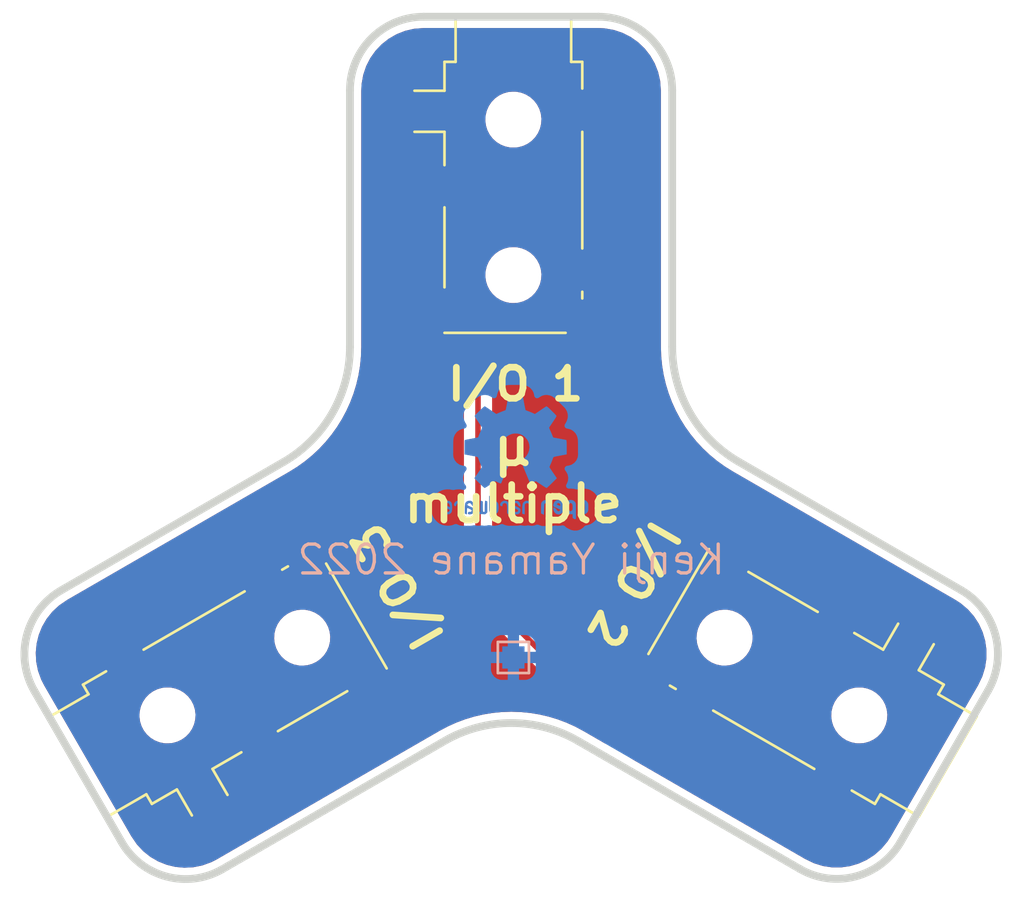
<source format=kicad_pcb>
(kicad_pcb (version 20211014) (generator pcbnew)
  (layers (0 "F.Cu" signal) (31 "B.Cu" signal) (34 "B.Paste" user) (35 "F.Paste" user) (36 "B.SilkS" user "B.Silkscreen") (37 "F.SilkS" user "F.Silkscreen") (38 "B.Mask" user) (39 "F.Mask" user) (44 "Edge.Cuts" user))
  (net 0 "")
  (net 1 "T")
  (net 2 "GND")
  (net 3 "GNDb")
  (footprint "Connector_Audio:Jack_3.5mm_PJ311_Horizontal" (layer "F.Cu") (at 119.5 60.485)
    (fp_text reference "J1" hide)
    (fp_text value "1")
    (fp_line (start 2.35 5.3) (end -3.1 5.3) (layer "F.SilkS") (width 0.12))
    (fp_line (start 2.6 -8.9) (end 2.6 -6.9) (layer "F.SilkS") (width 0.12))
    (fp_line (start -3.1 -3.75) (end -4.45 -3.75) (layer "F.SilkS") (width 0.12))
    (fp_line (start -3.1 -5.6) (end -4.45 -5.6) (layer "F.SilkS") (width 0.12))
    (fp_line (start -3.1 -5.6) (end -3.1 -6.9) (layer "F.SilkS") (width 0.12))
    (fp_line (start 3.1 -3.75) (end 3.1 1.5) (layer "F.SilkS") (width 0.12))
    (fp_line (start -2.6 -8.9) (end 2.6 -8.9) (layer "F.SilkS") (width 0.12))
    (fp_line (start 2.6 -6.9) (end 3.1 -6.9) (layer "F.SilkS") (width 0.12))
    (fp_line (start -3.1 -6.9) (end -2.6 -6.9) (layer "F.SilkS") (width 0.12))
    (fp_line (start 3.1 -6.9) (end 3.1 -5.7) (layer "F.SilkS") (width 0.12))
    (fp_line (start -3.1 3.25) (end -3.1 -0.35) (layer "F.SilkS") (width 0.12))
    (fp_line (start 3.1 3.45) (end 3.1 3.75) (layer "F.SilkS") (width 0.12))
    (fp_line (start -3.1 -2.25) (end -3.1 -3.75) (layer "F.SilkS") (width 0.12))
    (fp_line (start -2.6 -6.9) (end -2.6 -8.9) (layer "F.SilkS") (width 0.12))
    (pad "" np_thru_hole circle (at 0 2.7) (size 1.5 1.5) (drill 1.5) (layers *.Cu *.Mask))
    (pad "" np_thru_hole circle (at 0 -4.3) (size 1.5 1.5) (drill 1.5) (layers *.Cu *.Mask))
    (pad "1" smd rect (at -3.5 -4.7) (size 2 1.5) (layers "F.Cu" "F.Paste" "F.Mask") (net 2 "GND"))
    (pad "2" smd rect (at 3.5 -4.7) (size 2 1.5) (layers "F.Cu" "F.Paste" "F.Mask"))
    (pad "3" smd rect (at -3.5 -1.3) (size 2 1.5) (layers "F.Cu" "F.Paste" "F.Mask"))
    (pad "4" smd rect (at 3.5 2.5) (size 2 1.5) (layers "F.Cu" "F.Paste" "F.Mask") (net 1 "T"))
    (pad "5" smd rect (at 3.5 4.7) (size 2 1.5) (layers "F.Cu" "F.Paste" "F.Mask"))
    (pad "6" smd rect (at -3.5 4.2) (size 2 1.5) (layers "F.Cu" "F.Paste" "F.Mask"))
  )
  (footprint "Connector_Audio:Jack_3.5mm_PJ311_Horizontal" (layer "F.Cu") (at 131.340747 80.8575 -120)
    (fp_text reference "J3" hide)
    (fp_text value "3")
    (fp_line (start -2.6 -6.9) (end -2.6 -8.9) (layer "F.SilkS") (width 0.12))
    (fp_line (start -3.1 3.25) (end -3.1 -0.35) (layer "F.SilkS") (width 0.12))
    (fp_line (start 2.6 -6.9) (end 3.1 -6.9) (layer "F.SilkS") (width 0.12))
    (fp_line (start 2.6 -8.9) (end 2.6 -6.9) (layer "F.SilkS") (width 0.12))
    (fp_line (start -2.6 -8.9) (end 2.6 -8.9) (layer "F.SilkS") (width 0.12))
    (fp_line (start -3.1 -5.6) (end -3.1 -6.9) (layer "F.SilkS") (width 0.12))
    (fp_line (start 3.1 3.45) (end 3.1 3.75) (layer "F.SilkS") (width 0.12))
    (fp_line (start 2.35 5.3) (end -3.1 5.3) (layer "F.SilkS") (width 0.12))
    (fp_line (start -3.1 -3.75) (end -4.45 -3.75) (layer "F.SilkS") (width 0.12))
    (fp_line (start -3.1 -6.9) (end -2.6 -6.9) (layer "F.SilkS") (width 0.12))
    (fp_line (start -3.1 -2.25) (end -3.1 -3.75) (layer "F.SilkS") (width 0.12))
    (fp_line (start 3.1 -6.9) (end 3.1 -5.7) (layer "F.SilkS") (width 0.12))
    (fp_line (start 3.1 -3.75) (end 3.1 1.5) (layer "F.SilkS") (width 0.12))
    (fp_line (start -3.1 -5.6) (end -4.45 -5.6) (layer "F.SilkS") (width 0.12))
    (pad "" np_thru_hole circle (at 0 -4.3 240) (size 1.5 1.5) (drill 1.5) (layers *.Cu *.Mask))
    (pad "" np_thru_hole circle (at 0 2.7 240) (size 1.5 1.5) (drill 1.5) (layers *.Cu *.Mask))
    (pad "1" smd rect (at -3.5 -4.7 240) (size 2 1.5) (layers "F.Cu" "F.Paste" "F.Mask") (net 2 "GND"))
    (pad "2" smd rect (at 3.5 -4.7 240) (size 2 1.5) (layers "F.Cu" "F.Paste" "F.Mask"))
    (pad "3" smd rect (at -3.5 -1.3 240) (size 2 1.5) (layers "F.Cu" "F.Paste" "F.Mask"))
    (pad "4" smd rect (at 3.5 2.5 240) (size 2 1.5) (layers "F.Cu" "F.Paste" "F.Mask") (net 1 "T"))
    (pad "5" smd rect (at 3.5 4.7 240) (size 2 1.5) (layers "F.Cu" "F.Paste" "F.Mask"))
    (pad "6" smd rect (at -3.5 4.2 240) (size 2 1.5) (layers "F.Cu" "F.Paste" "F.Mask"))
  )
  (footprint "Connector_Audio:Jack_3.5mm_PJ311_Horizontal" (layer "F.Cu") (at 107.659253 80.8575 120)
    (fp_text reference "J2" hide)
    (fp_text value "2")
    (fp_line (start -2.6 -6.9) (end -2.6 -8.9) (layer "F.SilkS") (width 0.12))
    (fp_line (start -3.1 -5.6) (end -4.45 -5.6) (layer "F.SilkS") (width 0.12))
    (fp_line (start -3.1 -6.9) (end -2.6 -6.9) (layer "F.SilkS") (width 0.12))
    (fp_line (start -3.1 -3.75) (end -4.45 -3.75) (layer "F.SilkS") (width 0.12))
    (fp_line (start 2.6 -6.9) (end 3.1 -6.9) (layer "F.SilkS") (width 0.12))
    (fp_line (start 2.6 -8.9) (end 2.6 -6.9) (layer "F.SilkS") (width 0.12))
    (fp_line (start -3.1 3.25) (end -3.1 -0.35) (layer "F.SilkS") (width 0.12))
    (fp_line (start -2.6 -8.9) (end 2.6 -8.9) (layer "F.SilkS") (width 0.12))
    (fp_line (start 2.35 5.3) (end -3.1 5.3) (layer "F.SilkS") (width 0.12))
    (fp_line (start 3.1 -3.75) (end 3.1 1.5) (layer "F.SilkS") (width 0.12))
    (fp_line (start -3.1 -5.6) (end -3.1 -6.9) (layer "F.SilkS") (width 0.12))
    (fp_line (start -3.1 -2.25) (end -3.1 -3.75) (layer "F.SilkS") (width 0.12))
    (fp_line (start 3.1 3.45) (end 3.1 3.75) (layer "F.SilkS") (width 0.12))
    (fp_line (start 3.1 -6.9) (end 3.1 -5.7) (layer "F.SilkS") (width 0.12))
    (pad "" np_thru_hole circle (at 0 -4.3 120) (size 1.5 1.5) (drill 1.5) (layers *.Cu *.Mask))
    (pad "" np_thru_hole circle (at 0 2.7 120) (size 1.5 1.5) (drill 1.5) (layers *.Cu *.Mask))
    (pad "1" smd rect (at -3.5 -4.7 120) (size 2 1.5) (layers "F.Cu" "F.Paste" "F.Mask") (net 2 "GND"))
    (pad "2" smd rect (at 3.5 -4.7 120) (size 2 1.5) (layers "F.Cu" "F.Paste" "F.Mask"))
    (pad "3" smd rect (at -3.5 -1.3 120) (size 2 1.5) (layers "F.Cu" "F.Paste" "F.Mask"))
    (pad "4" smd rect (at 3.5 2.5 120) (size 2 1.5) (layers "F.Cu" "F.Paste" "F.Mask") (net 1 "T"))
    (pad "5" smd rect (at 3.5 4.7 120) (size 2 1.5) (layers "F.Cu" "F.Paste" "F.Mask"))
    (pad "6" smd rect (at -3.5 4.2 120) (size 2 1.5) (layers "F.Cu" "F.Paste" "F.Mask"))
  )
  (footprint "TestPoint:TestPoint_Pad_1.0x1.0mm" (layer "B.Cu") (at 119.5 80.4 180)
    (fp_text reference "REF1")
    (fp_text value "1mm")
    (fp_line (start -0.7 -0.7) (end -0.7 0.7) (layer "B.SilkS") (width 0.12))
    (fp_line (start 0.7 -0.7) (end -0.7 -0.7) (layer "B.SilkS") (width 0.12))
    (fp_line (start -0.7 0.7) (end 0.7 0.7) (layer "B.SilkS") (width 0.12))
    (fp_line (start 0.7 0.7) (end 0.7 -0.7) (layer "B.SilkS") (width 0.12))
    (pad "1" smd rect (at 0 0 180) (size 1 1) (layers "B.Cu" "B.Mask") (net 3 "GNDb"))
  )
  (footprint "Symbol:OSHW-Logo2_7.3x6mm_Copper" (layer "B.Cu") (at 119.6 71.4 180)
    (fp_text reference "REF2" hide)
    (fp_text value "OSHW-Logo2_7.3x6mm_Copper" hide)
    (fp_poly (pts (xy 0.10391 2.757652) (xy 0.182454 2.757222) (xy 0.239298 2.756058) (xy 0.278105 2.753793) (xy 0.302538 2.75006) (xy 0.316262 2.744494) (xy 0.32294 2.736727) (xy 0.326236 2.726395) (xy 0.326556 2.725057) (xy 0.331562 2.700921) (xy 0.340829 2.653299) (xy 0.353392 2.587259) (xy 0.368287 2.507872) (xy 0.384551 2.420204) (xy 0.385119 2.417125) (xy 0.40141 2.331211) (xy 0.416652 2.255304) (xy 0.429861 2.193955) (xy 0.440054 2.151718) (xy 0.446248 2.133145) (xy 0.446543 2.132816) (xy 0.464788 2.123747) (xy 0.502405 2.108633) (xy 0.551271 2.090738) (xy 0.551543 2.090642) (xy 0.613093 2.067507) (xy 0.685657 2.038035) (xy 0.754057 2.008403) (xy 0.757294 2.006938) (xy 0.868702 1.956374) (xy 1.115399 2.12484) (xy 1.191077 2.176197) (xy 1.259631 2.222111) (xy 1.317088 2.25997) (xy 1.359476 2.287163) (xy 1.382825 2.301079) (xy 1.385042 2.302111) (xy 1.40201 2.297516) (xy 1.433701 2.275345) (xy 1.481352 2.234553) (xy 1.546198 2.174095) (xy 1.612397 2.109773) (xy 1.676214 2.046388) (xy 1.733329 1.988549) (xy 1.780305 1.939825) (xy 1.813703 1.90379) (xy 1.830085 1.884016) (xy 1.830694 1.882998) (xy 1.832505 1.869428) (xy 1.825683 1.847267) (xy 1.80854 1.813522) (xy 1.779393 1.7652) (xy 1.736555 1.699308) (xy 1.679448 1.614483) (xy 1.628766 1.539823) (xy 1.583461 1.47286) (xy 1.54615 1.417484) (xy 1.519452 1.37758) (xy 1.505985 1.357038) (xy 1.505137 1.355644) (xy 1.506781 1.335962) (xy 1.519245 1.297707) (xy 1.540048 1.248111) (xy 1.547462 1.232272) (xy 1.579814 1.16171) (xy 1.614328 1.081647) (xy 1.642365 1.012371) (xy 1.662568 0.960955) (xy 1.678615 0.921881) (xy 1.687888 0.901459) (xy 1.689041 0.899886) (xy 1.706096 0.897279) (xy 1.746298 0.890137) (xy 1.804302 0.879477) (xy 1.874763 0.866315) (xy 1.952335 0.851667) (xy 2.031672 0.836551) (xy 2.107431 0.821982) (xy 2.174264 0.808978) (xy 2.226828 0.798555) (xy 2.259776 0.79173) (xy 2.267857 0.789801) (xy 2.276205 0.785038) (xy 2.282506 0.774282) (xy 2.287045 0.753902) (xy 2.290104 0.720266) (xy 2.291967 0.669745) (xy 2.292918 0.598708) (xy 2.29324 0.503524) (xy 2.293257 0.464508) (xy 2.293257 0.147201) (xy 2.217057 0.132161) (xy 2.174663 0.124005) (xy 2.1114 0.112101) (xy 2.034962 0.097884) (xy 1.953043 0.08279) (xy 1.9304 0.078645) (xy 1.854806 0.063947) (xy 1.788953 0.049495) (xy 1.738366 0.036625) (xy 1.708574 0.026678) (xy 1.703612 0.023713) (xy 1.691426 0.002717) (xy 1.673953 -0.037967) (xy 1.654577 -0.090322) (xy 1.650734 -0.1016) (xy 1.625339 -0.171523) (xy 1.593817 -0.250418) (xy 1.562969 -0.321266) (xy 1.562817 -0.321595) (xy 1.511447 -0.432733) (xy 1.680399 -0.681253) (xy 1.849352 -0.929772) (xy 1.632429 -1.147058) (xy 1.566819 -1.211726) (xy 1.506979 -1.268733) (xy 1.456267 -1.315033) (xy 1.418046 -1.347584) (xy 1.395675 -1.363343) (xy 1.392466 -1.364343) (xy 1.373626 -1.356469) (xy 1.33518 -1.334578) (xy 1.28133 -1.301267) (xy 1.216276 -1.259131) (xy 1.14594 -1.211943) (xy 1.074555 -1.16381) (xy 1.010908 -1.121928) (xy 0.959041 -1.088871) (xy 0.922995 -1.067218) (xy 0.906867 -1.059543) (xy 0.887189 -1.066037) (xy 0.849875 -1.08315) (xy 0.802621 -1.107326) (xy 0.797612 -1.110013) (xy 0.733977 -1.141927) (xy 0.690341 -1.157579) (xy 0.663202 -1.157745) (xy 0.649057 -1.143204) (xy 0.648975 -1.143) (xy 0.641905 -1.125779) (xy 0.625042 -1.084899) (xy 0.599695 -1.023525) (xy 0.567171 -0.944819) (xy 0.528778 -0.851947) (xy 0.485822 -0.748072) (xy 0.444222 -0.647502) (xy 0.398504 -0.536516) (xy 0.356526 -0.433703) (xy 0.319548 -0.342215) (xy 0.288827 -0.265201) (xy 0.265622 -0.205815) (xy 0.25119 -0.167209) (xy 0.246743 -0.1528) (xy 0.257896 -0.136272) (xy 0.287069 -0.10993) (xy 0.325971 -0.080887) (xy 0.436757 0.010961) (xy 0.523351 0.116241) (xy 0.584716 0.232734) (xy 0.619815 0.358224) (xy 0.627608 0.490493) (xy 0.621943 0.551543) (xy 0.591078 0.678205) (xy 0.53792 0.790059) (xy 0.465767 0.885999) (xy 0.377917 0.964924) (xy 0.277665 1.02573) (xy 0.16831 1.067313) (xy 0.053147 1.088572) (xy -0.064525 1.088401) (xy -0.18141 1.065699) (xy -0.294211 1.019362) (xy -0.399631 0.948287) (xy -0.443632 0.908089) (xy -0.528021 0.804871) (xy -0.586778 0.692075) (xy -0.620296 0.57299) (xy -0.628965 0.450905) (xy -0.613177 0.329107) (xy -0.573322 0.210884) (xy -0.509793 0.099525) (xy -0.422979 -0.001684) (xy -0.325971 -0.080887) (xy -0.285563 -0.111162) (xy -0.257018 -0.137219) (xy -0.246743 -0.152825) (xy -0.252123 -0.169843) (xy -0.267425 -0.2105) (xy -0.291388 -0.271642) (xy -0.322756 -0.350119) (xy -0.360268 -0.44278) (xy -0.402667 -0.546472) (xy -0.444337 -0.647526) (xy -0.49031 -0.758607) (xy -0.532893 -0.861541) (xy -0.570779 -0.953165) (xy -0.60266 -1.030316) (xy -0.627229 -1.089831) (xy -0.64318 -1.128544) (xy -0.64909 -1.143) (xy -0.663052 -1.157685) (xy -0.69006 -1.157642) (xy -0.733587 -1.142099) (xy -0.79711 -1.110284) (xy -0.797612 -1.110013) (xy -0.84544 -1.085323) (xy -0.884103 -1.067338) (xy -0.905905 -1.059614) (xy -0.906867 -1.059543) (xy -0.923279 -1.067378) (xy -0.959513 -1.089165) (xy -1.011526 -1.122328) (xy -1.075275 -1.164291) (xy -1.14594 -1.211943) (xy -1.217884 -1.260191) (xy -1.282726 -1.302151) (xy -1.336265 -1.335227) (xy -1.374303 -1.356821) (xy -1.392467 -1.364343) (xy -1.409192 -1.354457) (xy -1.44282 -1.326826) (xy -1.48999 -1.284495) (xy -1.547342 -1.230505) (xy -1.611516 -1.167899) (xy -1.632503 -1.146983) (xy -1.849501 -0.929623) (xy -1.684332 -0.68722) (xy -1.634136 -0.612781) (xy -1.590081 -0.545972) (xy -1.554638 -0.490665) (xy -1.530281 -0.450729) (xy -1.519478 -0.430036) (xy -1.519162 -0.428563) (xy -1.524857 -0.409058) (xy -1.540174 -0.369822) (xy -1.562463 -0.31743) (xy -1.578107 -0.282355) (xy -1.607359 -0.215201) (xy -1.634906 -0.147358) (xy -1.656263 -0.090034) (xy -1.662065 -0.072572) (xy -1.678548 -0.025938) (xy -1.69466 0.010095) (xy -1.70351 0.023713) (xy -1.72304 0.032048) (xy -1.765666 0.043863) (xy -1.825855 0.057819) (xy -1.898078 0.072578) (xy -1.9304 0.078645) (xy -2.012478 0.093727) (xy -2.091205 0.108331) (xy -2.158891 0.12102) (xy -2.20784 0.130358) (xy -2.217057 0.132161) (xy -2.293257 0.147201) (xy -2.293257 0.464508) (xy -2.293086 0.568846) (xy -2.292384 0.647787) (xy -2.290866 0.704962) (xy -2.288251 0.744001) (xy -2.284254 0.768535) (xy -2.278591 0.782195) (xy -2.27098 0.788611) (xy -2.267857 0.789801) (xy -2.249022 0.79402) (xy -2.207412 0.802438) (xy -2.14837 0.814039) (xy -2.077243 0.827805) (xy -1.999375 0.84272) (xy -1.920113 0.857768) (xy -1.844802 0.871931) (xy -1.778787 0.884194) (xy -1.727413 0.893539) (xy -1.696025 0.89895) (xy -1.689041 0.899886) (xy -1.682715 0.912404) (xy -1.66871 0.945754) (xy -1.649645 0.993623) (xy -1.642366 1.012371) (xy -1.613004 1.084805) (xy -1.578429 1.16483) (xy -1.547463 1.232272) (xy -1.524677 1.283841) (xy -1.509518 1.326215) (xy -1.504458 1.352166) (xy -1.505264 1.355644) (xy -1.515959 1.372064) (xy -1.54038 1.408583) (xy -1.575905 1.461313) (xy -1.619913 1.526365) (xy -1.669783 1.599849) (xy -1.679644 1.614355) (xy -1.737508 1.700296) (xy -1.780044 1.765739) (xy -1.808946 1.813696) (xy -1.82591 1.84718) (xy -1.832633 1.869205) (xy -1.83081 1.882783) (xy -1.830764 1.882869) (xy -1.816414 1.900703) (xy -1.784677 1.935183) (xy -1.73899 1.982732) (xy -1.682796 2.039778) (xy -1.619532 2.102745) (xy -1.612398 2.109773) (xy -1.53267 2.18698) (xy -1.471143 2.24367) (xy -1.426579 2.28089) (xy -1.397743 2.299685) (xy -1.385042 2.302111) (xy -1.366506 2.291529) (xy -1.328039 2.267084) (xy -1.273614 2.231388) (xy -1.207202 2.187053) (xy -1.132775 2.136689) (xy -1.115399 2.12484) (xy -0.868703 1.956374) (xy -0.757294 2.006938) (xy -0.689543 2.036405) (xy -0.616817 2.066041) (xy -0.554297 2.08967) (xy -0.551543 2.090642) (xy -0.50264 2.108543) (xy -0.464943 2.12368) (xy -0.446575 2.13279) (xy -0.446544 2.132816) (xy -0.440715 2.149283) (xy -0.430808 2.189781) (xy -0.417805 2.249758) (xy -0.402691 2.32466) (xy -0.386448 2.409936) (xy -0.385119 2.417125) (xy -0.368825 2.504986) (xy -0.353867 2.58474) (xy -0.341209 2.651319) (xy -0.331814 2.699653) (xy -0.326646 2.724675) (xy -0.326556 2.725057) (xy -0.323411 2.735701) (xy -0.317296 2.743738) (xy -0.304547 2.749533) (xy -0.2815 2.753453) (xy -0.244491 2.755865) (xy -0.189856 2.757135) (xy -0.113933 2.757629) (xy -0.013056 2.757714) (xy 0 2.757714) (xy 0.10391 2.757652)) (layer "B.Cu") (width 0.01) (fill solid))
    (fp_poly (pts (xy 0.529926 -1.949755) (xy 0.595858 -1.974084) (xy 0.649273 -2.017117) (xy 0.670164 -2.047409) (xy 0.692939 -2.102994) (xy 0.692466 -2.143186) (xy 0.668562 -2.170217) (xy 0.659717 -2.174813) (xy 0.62153 -2.189144) (xy 0.602028 -2.185472) (xy 0.595422 -2.161407) (xy 0.595086 -2.148114) (xy 0.582992 -2.09921) (xy 0.551471 -2.064999) (xy 0.507659 -2.048476) (xy 0.458695 -2.052634) (xy 0.418894 -2.074227) (xy 0.40545 -2.086544) (xy 0.395921 -2.101487) (xy 0.389485 -2.124075) (xy 0.385317 -2.159328) (xy 0.382597 -2.212266) (xy 0.380502 -2.287907) (xy 0.37996 -2.311857) (xy 0.377981 -2.39379) (xy 0.375731 -2.451455) (xy 0.372357 -2.489608) (xy 0.367006 -2.513004) (xy 0.358824 -2.526398) (xy 0.346959 -2.534545) (xy 0.339362 -2.538144) (xy 0.307102 -2.550452) (xy 0.288111 -2.554514) (xy 0.281836 -2.540948) (xy 0.278006 -2.499934) (xy 0.2766 -2.430999) (xy 0.277598 -2.333669) (xy 0.277908 -2.318657) (xy 0.280101 -2.229859) (xy 0.282693 -2.165019) (xy 0.286382 -2.119067) (xy 0.291864 -2.086935) (xy 0.299835 -2.063553) (xy 0.310993 -2.043852) (xy 0.31683 -2.03541) (xy 0.350296 -1.998057) (xy 0.387727 -1.969003) (xy 0.392309 -1.966467) (xy 0.459426 -1.946443) (xy 0.529926 -1.949755)) (layer "B.Cu") (width 0.01) (fill solid))
    (fp_poly (pts (xy 3.153595 -1.966966) (xy 3.211021 -2.004497) (xy 3.238719 -2.038096) (xy 3.260662 -2.099064) (xy 3.262405 -2.147308) (xy 3.258457 -2.211816) (xy 3.109686 -2.276934) (xy 3.037349 -2.310202) (xy 2.990084 -2.336964) (xy 2.965507 -2.360144) (xy 2.961237 -2.382667) (xy 2.974889 -2.407455) (xy 2.989943 -2.423886) (xy 3.033746 -2.450235) (xy 3.081389 -2.452081) (xy 3.125145 -2.431546) (xy 3.157289 -2.390752) (xy 3.163038 -2.376347) (xy 3.190576 -2.331356) (xy 3.222258 -2.312182) (xy 3.265714 -2.295779) (xy 3.265714 -2.357966) (xy 3.261872 -2.400283) (xy 3.246823 -2.435969) (xy 3.21528 -2.476943) (xy 3.210592 -2.482267) (xy 3.175506 -2.51872) (xy 3.145347 -2.538283) (xy 3.107615 -2.547283) (xy 3.076335 -2.55023) (xy 3.020385 -2.550965) (xy 2.980555 -2.54166) (xy 2.955708 -2.527846) (xy 2.916656 -2.497467) (xy 2.889625 -2.464613) (xy 2.872517 -2.423294) (xy 2.863238 -2.367521) (xy 2.859693 -2.291305) (xy 2.85941 -2.252622) (xy 2.860372 -2.206247) (xy 2.948007 -2.206247) (xy 2.949023 -2.231126) (xy 2.951556 -2.2352) (xy 2.968274 -2.229665) (xy 3.004249 -2.215017) (xy 3.052331 -2.19419) (xy 3.062386 -2.189714) (xy 3.123152 -2.158814) (xy 3.156632 -2.131657) (xy 3.16399 -2.10622) (xy 3.146391 -2.080481) (xy 3.131856 -2.069109) (xy 3.07941 -2.046364) (xy 3.030322 -2.050122) (xy 2.989227 -2.077884) (xy 2.960758 -2.127152) (xy 2.951631 -2.166257) (xy 2.948007 -2.206247) (xy 2.860372 -2.206247) (xy 2.861285 -2.162249) (xy 2.868196 -2.095384) (xy 2.881884 -2.046695) (xy 2.904096 -2.010849) (xy 2.936574 -1.982513) (xy 2.950733 -1.973355) (xy 3.015053 -1.949507) (xy 3.085473 -1.948006) (xy 3.153595 -1.966966)) (layer "B.Cu") (width 0.01) (fill solid))
    (fp_poly (pts (xy -2.400256 -1.919918) (xy -2.344799 -1.947568) (xy -2.295852 -1.99848) (xy -2.282371 -2.017338) (xy -2.267686 -2.042015) (xy -2.258158 -2.068816) (xy -2.252707 -2.104587) (xy -2.250253 -2.156169) (xy -2.249714 -2.224267) (xy -2.252148 -2.317588) (xy -2.260606 -2.387657) (xy -2.276826 -2.439931) (xy -2.302546 -2.479869) (xy -2.339503 -2.512929) (xy -2.342218 -2.514886) (xy -2.37864 -2.534908) (xy -2.422498 -2.544815) (xy -2.478276 -2.547257) (xy -2.568952 -2.547257) (xy -2.56899 -2.635283) (xy -2.569834 -2.684308) (xy -2.574976 -2.713065) (xy -2.588413 -2.730311) (xy -2.614142 -2.744808) (xy -2.620321 -2.747769) (xy -2.649236 -2.761648) (xy -2.671624 -2.770414) (xy -2.688271 -2.771171) (xy -2.699964 -2.761023) (xy -2.70749 -2.737073) (xy -2.711634 -2.696426) (xy -2.713185 -2.636186) (xy -2.712929 -2.553455) (xy -2.711651 -2.445339) (xy -2.711252 -2.413) (xy -2.709815 -2.301524) (xy -2.708528 -2.228603) (xy -2.569029 -2.228603) (xy -2.568245 -2.290499) (xy -2.56476 -2.330997) (xy -2.556876 -2.357708) (xy -2.542895 -2.378244) (xy -2.533403 -2.38826) (xy -2.494596 -2.417567) (xy -2.460237 -2.419952) (xy -2.424784 -2.39575) (xy -2.423886 -2.394857) (xy -2.409461 -2.376153) (xy -2.400687 -2.350732) (xy -2.396261 -2.311584) (xy -2.394882 -2.251697) (xy -2.394857 -2.23843) (xy -2.398188 -2.155901) (xy -2.409031 -2.098691) (xy -2.42866 -2.063766) (xy -2.45835 -2.048094) (xy -2.475509 -2.046514) (xy -2.516234 -2.053926) (xy -2.544168 -2.07833) (xy -2.560983 -2.12298) (xy -2.56835 -2.19113) (xy -2.569029 -2.228603) (xy -2.708528 -2.228603) (xy -2.708292 -2.215245) (xy -2.706323 -2.150333) (xy -2.70355 -2.102958) (xy -2.699612 -2.06929) (xy -2.694151 -2.045498) (xy -2.686808 -2.027753) (xy -2.677223 -2.012224) (xy -2.673113 -2.006381) (xy -2.618595 -1.951185) (xy -2.549664 -1.91989) (xy -2.469928 -1.911165) (xy -2.400256 -1.919918)) (layer "B.Cu") (width 0.01) (fill solid))
    (fp_poly (pts (xy 0.039744 -1.950968) (xy 0.096616 -1.972087) (xy 0.097267 -1.972493) (xy 0.13244 -1.99838) (xy 0.158407 -2.028633) (xy 0.17667 -2.068058) (xy 0.188732 -2.121462) (xy 0.196096 -2.193651) (xy 0.200264 -2.289432) (xy 0.200629 -2.303078) (xy 0.205876 -2.508842) (xy 0.161716 -2.531678) (xy 0.129763 -2.54711) (xy 0.11047 -2.554423) (xy 0.109578 -2.554514) (xy 0.106239 -2.541022) (xy 0.103587 -2.504626) (xy 0.101956 -2.451452) (xy 0.1016 -2.408393) (xy 0.101592 -2.338641) (xy 0.098403 -2.294837) (xy 0.087288 -2.273944) (xy 0.063501 -2.272925) (xy 0.022296 -2.288741) (xy -0.039914 -2.317815) (xy -0.085659 -2.341963) (xy -0.109187 -2.362913) (xy -0.116104 -2.385747) (xy -0.116114 -2.386877) (xy -0.104701 -2.426212) (xy -0.070908 -2.447462) (xy -0.019191 -2.450539) (xy 0.018061 -2.450006) (xy 0.037703 -2.460735) (xy 0.049952 -2.486505) (xy 0.057002 -2.519337) (xy 0.046842 -2.537966) (xy 0.043017 -2.540632) (xy 0.007001 -2.55134) (xy -0.043434 -2.552856) (xy -0.095374 -2.545759) (xy -0.132178 -2.532788) (xy -0.183062 -2.489585) (xy -0.211986 -2.429446) (xy -0.217714 -2.382462) (xy -0.213343 -2.340082) (xy -0.197525 -2.305488) (xy -0.166203 -2.274763) (xy -0.115322 -2.24399) (xy -0.040824 -2.209252) (xy -0.036286 -2.207288) (xy 0.030821 -2.176287) (xy 0.072232 -2.150862) (xy 0.089981 -2.128014) (xy 0.086107 -2.104745) (xy 0.062643 -2.078056) (xy 0.055627 -2.071914) (xy 0.00863 -2.0481) (xy -0.040067 -2.049103) (xy -0.082478 -2.072451) (xy -0.110616 -2.115675) (xy -0.113231 -2.12416) (xy -0.138692 -2.165308) (xy -0.170999 -2.185128) (xy -0.217714 -2.20477) (xy -0.217714 -2.15395) (xy -0.203504 -2.080082) (xy -0.161325 -2.012327) (xy -0.139376 -1.989661) (xy -0.089483 -1.960569) (xy -0.026033 -1.9474) (xy 0.039744 -1.950968)) (layer "B.Cu") (width 0.01) (fill solid))
    (fp_poly (pts (xy -1.831697 -1.931239) (xy -1.774473 -1.969735) (xy -1.730251 -2.025335) (xy -1.703833 -2.096086) (xy -1.69849 -2.148162) (xy -1.699097 -2.169893) (xy -1.704178 -2.186531) (xy -1.718145 -2.201437) (xy -1.745411 -2.217973) (xy -1.790388 -2.239498) (xy -1.857489 -2.269374) (xy -1.857829 -2.269524) (xy -1.919593 -2.297813) (xy -1.970241 -2.322933) (xy -2.004596 -2.342179) (xy -2.017482 -2.352848) (xy -2.017486 -2.352934) (xy -2.006128 -2.376166) (xy -1.979569 -2.401774) (xy -1.949077 -2.420221) (xy -1.93363 -2.423886) (xy -1.891485 -2.411212) (xy -1.855192 -2.379471) (xy -1.837483 -2.344572) (xy -1.820448 -2.318845) (xy -1.787078 -2.289546) (xy -1.747851 -2.264235) (xy -1.713244 -2.250471) (xy -1.706007 -2.249714) (xy -1.697861 -2.26216) (xy -1.69737 -2.293972) (xy -1.703357 -2.336866) (xy -1.714643 -2.382558) (xy -1.73005 -2.422761) (xy -1.730829 -2.424322) (xy -1.777196 -2.489062) (xy -1.837289 -2.533097) (xy -1.905535 -2.554711) (xy -1.976362 -2.552185) (xy -2.044196 -2.523804) (xy -2.047212 -2.521808) (xy -2.100573 -2.473448) (xy -2.13566 -2.410352) (xy -2.155078 -2.327387) (xy -2.157684 -2.304078) (xy -2.162299 -2.194055) (xy -2.156767 -2.142748) (xy -2.017486 -2.142748) (xy -2.015676 -2.174753) (xy -2.005778 -2.184093) (xy -1.981102 -2.177105) (xy -1.942205 -2.160587) (xy -1.898725 -2.139881) (xy -1.897644 -2.139333) (xy -1.860791 -2.119949) (xy -1.846 -2.107013) (xy -1.849647 -2.093451) (xy -1.865005 -2.075632) (xy -1.904077 -2.049845) (xy -1.946154 -2.04795) (xy -1.983897 -2.066717) (xy -2.009966 -2.102915) (xy -2.017486 -2.142748) (xy -2.156767 -2.142748) (xy -2.152806 -2.106027) (xy -2.12845 -2.036212) (xy -2.094544 -1.987302) (xy -2.033347 -1.937878) (xy -1.965937 -1.913359) (xy -1.89712 -1.911797) (xy -1.831697 -1.931239)) (layer "B.Cu") (width 0.01) (fill solid))
    (fp_poly (pts (xy -0.624114 -1.851289) (xy -0.619861 -1.910613) (xy -0.614975 -1.945572) (xy -0.608205 -1.96082) (xy -0.598298 -1.961015) (xy -0.595086 -1.959195) (xy -0.552356 -1.946015) (xy -0.496773 -1.946785) (xy -0.440263 -1.960333) (xy -0.404918 -1.977861) (xy -0.368679 -2.005861) (xy -0.342187 -2.037549) (xy -0.324001 -2.077813) (xy -0.312678 -2.131543) (xy -0.306778 -2.203626) (xy -0.304857 -2.298951) (xy -0.304823 -2.317237) (xy -0.3048 -2.522646) (xy -0.350509 -2.53858) (xy -0.382973 -2.54942) (xy -0.400785 -2.554468) (xy -0.401309 -2.554514) (xy -0.403063 -2.540828) (xy -0.404556 -2.503076) (xy -0.405674 -2.446224) (xy -0.406303 -2.375234) (xy -0.4064 -2.332073) (xy -0.406602 -2.246973) (xy -0.407642 -2.185981) (xy -0.410169 -2.144177) (xy -0.414836 -2.116642) (xy -0.422293 -2.098456) (xy -0.433189 -2.084698) (xy -0.439993 -2.078073) (xy -0.486728 -2.051375) (xy -0.537728 -2.049375) (xy -0.583999 -2.071955) (xy -0.592556 -2.080107) (xy -0.605107 -2.095436) (xy -0.613812 -2.113618) (xy -0.619369 -2.139909) (xy -0.622474 -2.179562) (xy -0.623824 -2.237832) (xy -0.624114 -2.318173) (xy -0.624114 -2.522646) (xy -0.669823 -2.53858) (xy -0.702287 -2.54942) (xy -0.720099 -2.554468) (xy -0.720623 -2.554514) (xy -0.721963 -2.540623) (xy -0.723172 -2.501439) (xy -0.724199 -2.4407) (xy -0.724998 -2.362141) (xy -0.725519 -2.269498) (xy -0.725714 -2.166509) (xy -0.725714 -1.769342) (xy -0.678543 -1.749444) (xy -0.631371 -1.729547) (xy -0.624114 -1.851289)) (layer "B.Cu") (width 0.01) (fill solid))
    (fp_poly (pts (xy -1.283907 -1.92778) (xy -1.237328 -1.954723) (xy -1.204943 -1.981466) (xy -1.181258 -2.009484) (xy -1.164941 -2.043748) (xy -1.154661 -2.089227) (xy -1.149086 -2.150892) (xy -1.146884 -2.233711) (xy -1.146629 -2.293246) (xy -1.146629 -2.512391) (xy -1.208314 -2.540044) (xy -1.27 -2.567697) (xy -1.277257 -2.32767) (xy -1.280256 -2.238028) (xy -1.283402 -2.172962) (xy -1.287299 -2.128026) (xy -1.292553 -2.09877) (xy -1.299769 -2.080748) (xy -1.30955 -2.069511) (xy -1.312688 -2.067079) (xy -1.360239 -2.048083) (xy -1.408303 -2.0556) (xy -1.436914 -2.075543) (xy -1.448553 -2.089675) (xy -1.456609 -2.10822) (xy -1.461729 -2.136334) (xy -1.464559 -2.179173) (xy -1.465744 -2.241895) (xy -1.465943 -2.307261) (xy -1.465982 -2.389268) (xy -1.467386 -2.447316) (xy -1.472086 -2.486465) (xy -1.482013 -2.51178) (xy -1.499097 -2.528323) (xy -1.525268 -2.541156) (xy -1.560225 -2.554491) (xy -1.598404 -2.569007) (xy -1.593859 -2.311389) (xy -1.592029 -2.218519) (xy -1.589888 -2.149889) (xy -1.586819 -2.100711) (xy -1.582206 -2.066198) (xy -1.575432 -2.041562) (xy -1.565881 -2.022016) (xy -1.554366 -2.00477) (xy -1.49881 -1.94968) (xy -1.43102 -1.917822) (xy -1.357287 -1.910191) (xy -1.283907 -1.92778)) (layer "B.Cu") (width 0.01) (fill solid))
    (fp_poly (pts (xy -2.958885 -1.921962) (xy -2.890855 -1.957733) (xy -2.840649 -2.015301) (xy -2.822815 -2.052312) (xy -2.808937 -2.107882) (xy -2.801833 -2.178096) (xy -2.80116 -2.254727) (xy -2.806573 -2.329552) (xy -2.81773 -2.394342) (xy -2.834286 -2.440873) (xy -2.839374 -2.448887) (xy -2.899645 -2.508707) (xy -2.971231 -2.544535) (xy -3.048908 -2.55502) (xy -3.127452 -2.53881) (xy -3.149311 -2.529092) (xy -3.191878 -2.499143) (xy -3.229237 -2.459433) (xy -3.232768 -2.454397) (xy -3.247119 -2.430124) (xy -3.256606 -2.404178) (xy -3.26221 -2.370022) (xy -3.264914 -2.321119) (xy -3.265701 -2.250935) (xy -3.265714 -2.2352) (xy -3.265678 -2.230192) (xy -3.120571 -2.230192) (xy -3.119727 -2.29643) (xy -3.116404 -2.340386) (xy -3.109417 -2.368779) (xy -3.097584 -2.388325) (xy -3.091543 -2.394857) (xy -3.056814 -2.41968) (xy -3.023097 -2.418548) (xy -2.989005 -2.397016) (xy -2.968671 -2.374029) (xy -2.956629 -2.340478) (xy -2.949866 -2.287569) (xy -2.949402 -2.281399) (xy -2.948248 -2.185513) (xy -2.960312 -2.114299) (xy -2.98543 -2.068194) (xy -3.02344 -2.047635) (xy -3.037008 -2.046514) (xy -3.072636 -2.052152) (xy -3.097006 -2.071686) (xy -3.111907 -2.109042) (xy -3.119125 -2.16815) (xy -3.120571 -2.230192) (xy -3.265678 -2.230192) (xy -3.265174 -2.160413) (xy -3.262904 -2.108159) (xy -3.257932 -2.071949) (xy -3.249287 -2.045299) (xy -3.235995 -2.021722) (xy -3.233057 -2.017338) (xy -3.183687 -1.958249) (xy -3.129891 -1.923947) (xy -3.064398 -1.910331) (xy -3.042158 -1.909665) (xy -2.958885 -1.921962)) (layer "B.Cu") (width 0.01) (fill solid))
    (fp_poly (pts (xy 1.190117 -2.065358) (xy 1.189933 -2.173837) (xy 1.189219 -2.257287) (xy 1.187675 -2.319704) (xy 1.185001 -2.365085) (xy 1.180894 -2.397429) (xy 1.175055 -2.420733) (xy 1.167182 -2.438995) (xy 1.161221 -2.449418) (xy 1.111855 -2.505945) (xy 1.049264 -2.541377) (xy 0.980013 -2.55409) (xy 0.910668 -2.542463) (xy 0.869375 -2.521568) (xy 0.826025 -2.485422) (xy 0.796481 -2.441276) (xy 0.778655 -2.383462) (xy 0.770463 -2.306313) (xy 0.769302 -2.249714) (xy 0.769458 -2.245647) (xy 0.870857 -2.245647) (xy 0.871476 -2.31055) (xy 0.874314 -2.353514) (xy 0.88084 -2.381622) (xy 0.892523 -2.401953) (xy 0.906483 -2.417288) (xy 0.953365 -2.44689) (xy 1.003701 -2.449419) (xy 1.051276 -2.424705) (xy 1.054979 -2.421356) (xy 1.070783 -2.403935) (xy 1.080693 -2.383209) (xy 1.086058 -2.352362) (xy 1.088228 -2.304577) (xy 1.088571 -2.251748) (xy 1.087827 -2.185381) (xy 1.084748 -2.141106) (xy 1.078061 -2.112009) (xy 1.066496 -2.091173) (xy 1.057013 -2.080107) (xy 1.01296 -2.052198) (xy 0.962224 -2.048843) (xy 0.913796 -2.070159) (xy 0.90445 -2.078073) (xy 0.88854 -2.095647) (xy 0.87861 -2.116587) (xy 0.873278 -2.147782) (xy 0.871163 -2.196122) (xy 0.870857 -2.245647) (xy 0.769458 -2.245647) (xy 0.77281 -2.158568) (xy 0.784726 -2.090086) (xy 0.807135 -2.0386) (xy 0.842124 -1.998443) (xy 0.869375 -1.977861) (xy 0.918907 -1.955625) (xy 0.976316 -1.945304) (xy 1.029682 -1.948067) (xy 1.059543 -1.959212) (xy 1.071261 -1.962383) (xy 1.079037 -1.950557) (xy 1.084465 -1.918866) (xy 1.088571 -1.870593) (xy 1.093067 -1.816829) (xy 1.099313 -1.784482) (xy 1.110676 -1.765985) (xy 1.130528 -1.75377) (xy 1.143 -1.748362) (xy 1.190171 -1.728601) (xy 1.190117 -2.065358)) (layer "B.Cu") (width 0.01) (fill solid))
    (fp_poly (pts (xy 2.144876 -1.956335) (xy 2.186667 -1.975344) (xy 2.219469 -1.998378) (xy 2.243503 -2.024133) (xy 2.260097 -2.057358) (xy 2.270577 -2.1028) (xy 2.276271 -2.165207) (xy 2.278507 -2.249327) (xy 2.278743 -2.304721) (xy 2.278743 -2.520826) (xy 2.241774 -2.53767) (xy 2.212656 -2.549981) (xy 2.198231 -2.554514) (xy 2.195472 -2.541025) (xy 2.193282 -2.504653) (xy 2.191942 -2.451542) (xy 2.191657 -2.409372) (xy 2.190434 -2.348447) (xy 2.187136 -2.300115) (xy 2.182321 -2.270518) (xy 2.178496 -2.264229) (xy 2.152783 -2.270652) (xy 2.112418 -2.287125) (xy 2.065679 -2.309458) (xy 2.020845 -2.333457) (xy 1.986193 -2.35493) (xy 1.970002 -2.369685) (xy 1.969938 -2.369845) (xy 1.97133 -2.397152) (xy 1.983818 -2.423219) (xy 2.005743 -2.444392) (xy 2.037743 -2.451474) (xy 2.065092 -2.450649) (xy 2.103826 -2.450042) (xy 2.124158 -2.459116) (xy 2.136369 -2.483092) (xy 2.137909 -2.487613) (xy 2.143203 -2.521806) (xy 2.129047 -2.542568) (xy 2.092148 -2.552462) (xy 2.052289 -2.554292) (xy 1.980562 -2.540727) (xy 1.943432 -2.521355) (xy 1.897576 -2.475845) (xy 1.873256 -2.419983) (xy 1.871073 -2.360957) (xy 1.891629 -2.305953) (xy 1.922549 -2.271486) (xy 1.95342 -2.252189) (xy 2.001942 -2.227759) (xy 2.058485 -2.202985) (xy 2.06791 -2.199199) (xy 2.130019 -2.171791) (xy 2.165822 -2.147634) (xy 2.177337 -2.123619) (xy 2.16658 -2.096635) (xy 2.148114 -2.075543) (xy 2.104469 -2.049572) (xy 2.056446 -2.047624) (xy 2.012406 -2.067637) (xy 1.980709 -2.107551) (xy 1.976549 -2.117848) (xy 1.952327 -2.155724) (xy 1.916965 -2.183842) (xy 1.872343 -2.206917) (xy 1.872343 -2.141485) (xy 1.874969 -2.101506) (xy 1.88623 -2.069997) (xy 1.911199 -2.036378) (xy 1.935169 -2.010484) (xy 1.972441 -1.973817) (xy 2.001401 -1.954121) (xy 2.032505 -1.94622) (xy 2.067713 -1.944914) (xy 2.144876 -1.956335)) (layer "B.Cu") (width 0.01) (fill solid))
    (fp_poly (pts (xy 1.779833 -1.958663) (xy 1.782048 -1.99685) (xy 1.783784 -2.054886) (xy 1.784899 -2.12818) (xy 1.785257 -2.205055) (xy 1.785257 -2.465196) (xy 1.739326 -2.511127) (xy 1.707675 -2.539429) (xy 1.67989 -2.550893) (xy 1.641915 -2.550168) (xy 1.62684 -2.548321) (xy 1.579726 -2.542948) (xy 1.540756 -2.539869) (xy 1.531257 -2.539585) (xy 1.499233 -2.541445) (xy 1.453432 -2.546114) (xy 1.435674 -2.548321) (xy 1.392057 -2.551735) (xy 1.362745 -2.54432) (xy 1.33368 -2.521427) (xy 1.323188 -2.511127) (xy 1.277257 -2.465196) (xy 1.277257 -1.978602) (xy 1.314226 -1.961758) (xy 1.346059 -1.949282) (xy 1.364683 -1.944914) (xy 1.369458 -1.958718) (xy 1.373921 -1.997286) (xy 1.377775 -2.056356) (xy 1.380722 -2.131663) (xy 1.382143 -2.195286) (xy 1.386114 -2.445657) (xy 1.420759 -2.450556) (xy 1.452268 -2.447131) (xy 1.467708 -2.436041) (xy 1.472023 -2.415308) (xy 1.475708 -2.371145) (xy 1.478469 -2.309146) (xy 1.480012 -2.234909) (xy 1.480235 -2.196706) (xy 1.480457 -1.976783) (xy 1.526166 -1.960849) (xy 1.558518 -1.950015) (xy 1.576115 -1.944962) (xy 1.576623 -1.944914) (xy 1.578388 -1.958648) (xy 1.580329 -1.99673) (xy 1.582282 -2.054482) (xy 1.584084 -2.127227) (xy 1.585343 -2.195286) (xy 1.589314 -2.445657) (xy 1.6764 -2.445657) (xy 1.680396 -2.21724) (xy 1.684392 -1.988822) (xy 1.726847 -1.966868) (xy 1.758192 -1.951793) (xy 1.776744 -1.944951) (xy 1.777279 -1.944914) (xy 1.779833 -1.958663)) (layer "B.Cu") (width 0.01) (fill solid))
    (fp_poly (pts (xy 2.6526 -1.958752) (xy 2.669948 -1.966334) (xy 2.711356 -1.999128) (xy 2.746765 -2.046547) (xy 2.768664 -2.097151) (xy 2.772229 -2.122098) (xy 2.760279 -2.156927) (xy 2.734067 -2.175357) (xy 2.705964 -2.186516) (xy 2.693095 -2.188572) (xy 2.686829 -2.173649) (xy 2.674456 -2.141175) (xy 2.669028 -2.126502) (xy 2.63859 -2.075744) (xy 2.59452 -2.050427) (xy 2.53801 -2.051206) (xy 2.533825 -2.052203) (xy 2.503655 -2.066507) (xy 2.481476 -2.094393) (xy 2.466327 -2.139287) (xy 2.45725 -2.204615) (xy 2.453286 -2.293804) (xy 2.452914 -2.341261) (xy 2.45273 -2.416071) (xy 2.451522 -2.467069) (xy 2.448309 -2.499471) (xy 2.442109 -2.518495) (xy 2.43194 -2.529356) (xy 2.416819 -2.537272) (xy 2.415946 -2.53767) (xy 2.386828 -2.549981) (xy 2.372403 -2.554514) (xy 2.370186 -2.540809) (xy 2.368289 -2.502925) (xy 2.366847 -2.445715) (xy 2.365998 -2.374027) (xy 2.365829 -2.321565) (xy 2.366692 -2.220047) (xy 2.37007 -2.143032) (xy 2.377142 -2.086023) (xy 2.389088 -2.044526) (xy 2.40709 -2.014043) (xy 2.432327 -1.99008) (xy 2.457247 -1.973355) (xy 2.517171 -1.951097) (xy 2.586911 -1.946076) (xy 2.6526 -1.958752)) (layer "B.Cu") (width 0.01) (fill solid))
  )
  (gr_curve (pts (xy 112.146349 66.419571) (xy 112.146349 68.557504) (xy 111.005775 70.533036) (xy 109.154271 71.602003)) (layer "Edge.Cuts") (width 0.35))
  (gr_curve (pts (xy 115.462791 51.553013) (xy 113.631171 51.553013) (xy 112.146349 53.037835) (xy 112.146349 54.869455)) (layer "Edge.Cuts") (width 0.35))
  (gr_curve (pts (xy 99.157191 77.373822) (xy 97.570974 78.289626) (xy 97.027495 80.317914) (xy 97.943297 81.904132)) (layer "Edge.Cuts") (width 0.35))
  (gr_curve (pts (xy 139.642798 77.365465) (xy 139.642798 77.365465) (xy 129.638423 71.589429) (xy 129.638423 71.589429)) (layer "Edge.Cuts") (width 0.35))
  (gr_curve (pts (xy 132.392832 89.922842) (xy 133.979047 90.838642) (xy 136.007331 90.295164) (xy 136.923131 88.708949)) (layer "Edge.Cuts") (width 0.35))
  (gr_curve (pts (xy 122.399308 84.153085) (xy 122.399308 84.153085) (xy 132.392832 89.922842) (xy 132.392832 89.922842)) (layer "Edge.Cuts") (width 0.35))
  (gr_curve (pts (xy 129.638423 71.589429) (xy 127.786919 70.520462) (xy 126.646347 68.54493) (xy 126.646347 66.406998)) (layer "Edge.Cuts") (width 0.35))
  (gr_curve (pts (xy 140.856698 81.895799) (xy 141.772505 80.309572) (xy 141.229023 78.281273) (xy 139.642798 77.365465)) (layer "Edge.Cuts") (width 0.35))
  (gr_curve (pts (xy 101.876865 88.717283) (xy 102.792669 90.303506) (xy 104.820963 90.846987) (xy 106.407186 89.931182)) (layer "Edge.Cuts") (width 0.35))
  (gr_curve (pts (xy 136.923131 88.708949) (xy 136.923131 88.708949) (xy 140.856698 81.895799) (xy 140.856698 81.895799)) (layer "Edge.Cuts") (width 0.35))
  (gr_curve (pts (xy 97.943297 81.904132) (xy 97.943297 81.904132) (xy 101.876865 88.717283) (xy 101.876865 88.717283)) (layer "Edge.Cuts") (width 0.35))
  (gr_curve (pts (xy 123.329925 51.553013) (xy 123.329925 51.553013) (xy 115.462791 51.553013) (xy 115.462791 51.553013)) (layer "Edge.Cuts") (width 0.35))
  (gr_curve (pts (xy 126.646347 54.869434) (xy 126.646347 53.037825) (xy 125.161534 51.553013) (xy 123.329925 51.553013)) (layer "Edge.Cuts") (width 0.35))
  (gr_curve (pts (xy 116.415156 84.153085) (xy 118.266659 83.08412) (xy 120.547805 83.08412) (xy 122.399308 84.153085)) (layer "Edge.Cuts") (width 0.35))
  (gr_curve (pts (xy 126.646347 66.406998) (xy 126.646347 66.406998) (xy 126.646347 54.869434) (xy 126.646347 54.869434)) (layer "Edge.Cuts") (width 0.35))
  (gr_curve (pts (xy 106.407186 89.931182) (xy 106.407186 89.931182) (xy 116.415156 84.153085) (xy 116.415156 84.153085)) (layer "Edge.Cuts") (width 0.35))
  (gr_curve (pts (xy 112.146349 54.869455) (xy 112.146349 54.869455) (xy 112.146349 66.419571) (xy 112.146349 66.419571)) (layer "Edge.Cuts") (width 0.35))
  (gr_curve (pts (xy 109.154271 71.602003) (xy 109.154271 71.602003) (xy 99.157191 77.373822) (xy 99.157191 77.373822)) (layer "Edge.Cuts") (width 0.35))
  (gr_text "Kenji Yamane 2022" (at 119.4 76) (layer "B.SilkS") (effects (font (size 1.3 1.3)) (justify mirror)))
  (gr_text "I/O 1" (at 119.6 68.1) (layer "F.SilkS") (effects (font (size 1.4 1.4) (thickness 0.3))))
  (gr_text "I/O 2" (at 124.9 77.1 -120) (layer "F.SilkS") (effects (font (size 1.4 1.4) (thickness 0.3))))
  (gr_text "I/O 3" (at 114.3 77.2 120) (layer "F.SilkS") (effects (font (size 1.4 1.4) (thickness 0.3))))
  (gr_text "μ\nmultiple" (at 119.5 72.2) (layer "F.SilkS") (effects (font (size 1.6 1.6) (thickness 0.3))))
  (segment (start 117.908462 77.308462) (end 124.7 84.1) (width 0.25) (layer "F.Cu") (net 1))
  (segment (start 122.75 62.985) (end 123 62.985) (width 0.25) (layer "F.Cu") (net 1))
  (segment (start 124.7 84.1) (end 125.964272 84.1) (width 0.25) (layer "F.Cu") (net 1))
  (segment (start 117.291538 77.308462) (end 117.908462 77.308462) (width 0.25) (layer "F.Cu") (net 1))
  (segment (start 108.806368 77.308462) (end 108.074317 76.576411) (width 0.25) (layer "F.Cu") (net 1))
  (segment (start 117.908462 67.826538) (end 122.75 62.985) (width 0.25) (layer "F.Cu") (net 1))
  (segment (start 123 62.985) (end 123.885 62.985) (width 0.25) (layer "F.Cu") (net 1))
  (segment (start 125.964272 84.1) (end 127.425683 82.638589) (width 0.25) (layer "F.Cu") (net 1))
  (segment (start 117.291538 77.308462) (end 108.806368 77.308462) (width 0.25) (layer "F.Cu") (net 1))
  (segment (start 117.908462 77.308462) (end 117.908462 67.826538) (width 0.25) (layer "F.Cu") (net 1))
  (zone (net 2) (net_name "GND") (layer "F.Cu") (connect_pads (clearance 0.508)) (min_thickness 0.254) (fill yes (thermal_gap 0.508) (thermal_bridge_width 0.508))
    (polygon (pts (xy 125 51) (xy 126.8 51.7) (xy 127.3 53.2) (xy 127.3 59.1) (xy 127.2 67) (xy 127.6 68.2) (xy 129.2 70.5) (xy 130.8 71.5) (xy 140.9 77.2) (xy 142.5 79.2) (xy 138.8 87.6) (xy 136.8 90.5) (xy 134 91.4) (xy 122 85) (xy 120.4 84.2) (xy 117.7 84.7) (xy 116.2 85.3) (xy 105.6 91.5) (xy 103.4 91.3) (xy 100.5 88.6) (xy 96.4 81.1) (xy 97 78.5) (xy 98.6 76.9) (xy 105.9 72.9) (xy 109.4 70.9) (xy 111.1 68.6) (xy 111.6 67.1) (xy 111.6 53.3) (xy 112.7 52.1) (xy 114.7 50.9)))
  )
  (zone (net 3) (net_name "GNDb") (layer "B.Cu") (connect_pads (clearance 0.508)) (min_thickness 0.254) (fill yes (thermal_gap 0.508) (thermal_bridge_width 0.508))
    (polygon (pts (xy 125.1 51) (xy 127.4 53.1) (xy 127.3 66.9) (xy 129.2 70.6) (xy 141.4 77.4) (xy 142.4 79.1) (xy 136.9 90.5) (xy 134.1 91.4) (xy 120.5 84.2) (xy 117.8 84.3) (xy 105.3 91.6) (xy 102.8 90.8) (xy 100.4 88.3) (xy 96.4 80.8) (xy 97.4 77.7) (xy 98.9 76.3) (xy 109.4 70.8) (xy 111.4 67.5) (xy 111.4 67.6) (xy 111.6 63.7) (xy 111.6 53.2) (xy 114.7 50.8)))
  )
)
</source>
